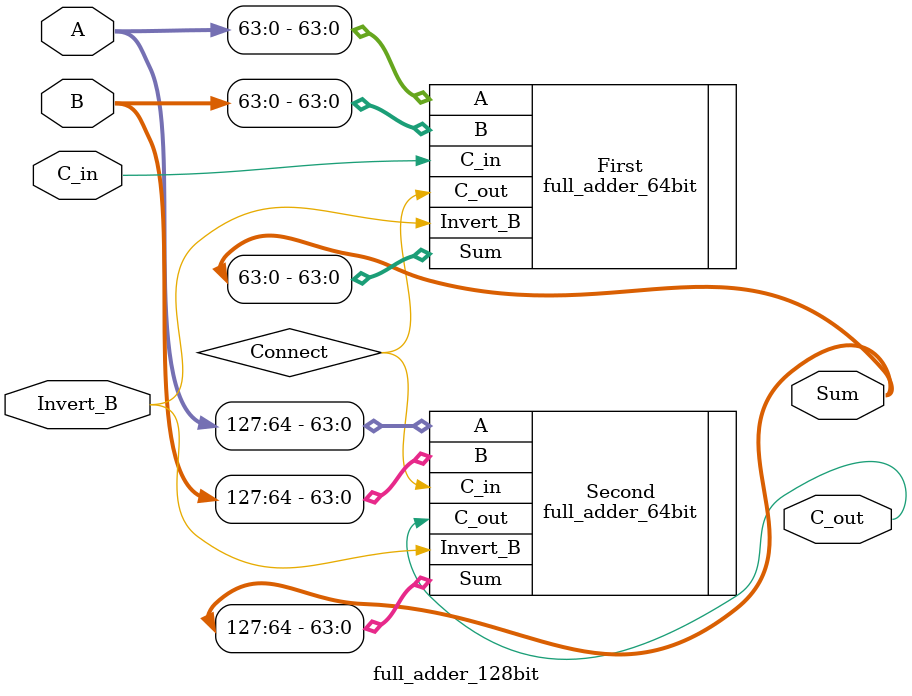
<source format=sv>
module full_adder_128bit (
		input  logic [127:0] A, B,    
		input  logic Invert_B, C_in,   
		output logic [127:0] Sum,
		output logic C_out
);
wire logic Connect;
full_adder_64bit  First (.A(A[63:0]),   .B(B[63:0]),   .Invert_B(Invert_B), .C_in(C_in),    .Sum(Sum[63:0]),   .C_out(Connect));
full_adder_64bit  Second(.A(A[127:64]), .B(B[127:64]), .Invert_B(Invert_B), .C_in(Connect), .Sum(Sum[127:64]), .C_out(C_out) );
endmodule



</source>
